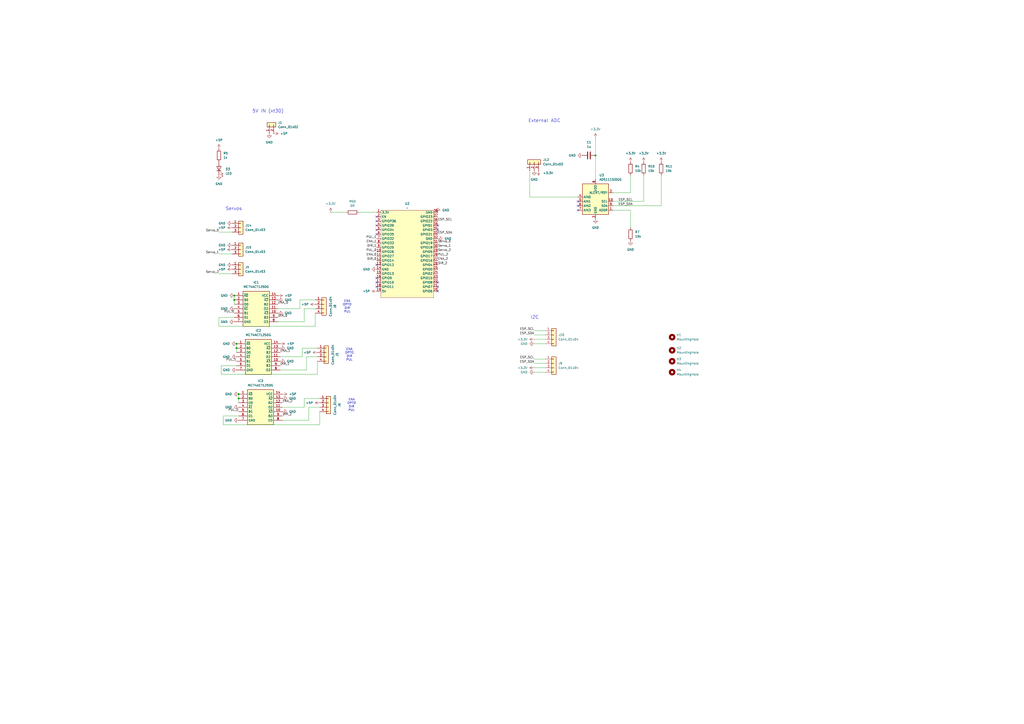
<source format=kicad_sch>
(kicad_sch (version 20250114) (generator "eeschema") (generator_version "9.0")
  (paper "A2")
  (lib_symbols
    (symbol "74ACT:MC74ACT125DG"
      (property "Reference" "IC" (at 21.59 7.62 0))
      (property "Value" "MC74ACT125DG" (at 21.59 5.08 0))
      (symbol "MC74ACT125DG_1_1"
        (rectangle (start 5.08 2.54) (end 20.32 -17.78) (stroke (width 0.254)) (fill (type background)))
        (pin passive line (at 0 0 0) (length 5.08) (name "~{A0}") (number "1"))
        (pin passive line (at 0 -2.54 0) (length 5.08) (name "B0") (number "2"))
        (pin passive line (at 0 -5.08 0) (length 5.08) (name "O0") (number "3"))
        (pin passive line (at 0 -7.62 0) (length 5.08) (name "~{A1}") (number "4"))
        (pin passive line (at 0 -10.16 0) (length 5.08) (name "B1") (number "5"))
        (pin passive line (at 0 -12.7 0) (length 5.08) (name "O1") (number "6"))
        (pin power_in line (at 0 -15.24 0) (length 5.08) (name "GND") (number "7"))
        (pin power_in line (at 25.4 0 180) (length 5.08) (name "VCC") (number "14"))
        (pin passive line (at 25.4 -2.54 180) (length 5.08) (name "~{A2}") (number "13"))
        (pin passive line (at 25.4 -5.08 180) (length 5.08) (name "B2") (number "12"))
        (pin passive line (at 25.4 -7.62 180) (length 5.08) (name "O2") (number "11"))
        (pin passive line (at 25.4 -10.16 180) (length 5.08) (name "~{A3}") (number "10"))
        (pin passive line (at 25.4 -12.7 180) (length 5.08) (name "B3") (number "9"))
        (pin passive line (at 25.4 -15.24 180) (length 5.08) (name "O3") (number "8"))
      )
    )
    (symbol "Analog_ADC:ADS1115IDGS"
      (property "Reference" "U" (at 2.54 13.97 0))
      (property "Value" "ADS1115IDGS" (at 7.62 11.43 0))
      (symbol "ADS1115IDGS_0_1"
        (rectangle (start -7.62 10.16) (end 7.62 -7.62) (stroke (width 0.254)) (fill (type background)))
      )
      (symbol "ADS1115IDGS_1_1"
        (pin input line (at -10.16 2.54 0) (length 2.54) (name "AIN0") (number "4"))
        (pin input line (at -10.16 0 0) (length 2.54) (name "AIN1") (number "5"))
        (pin input line (at -10.16 -2.54 0) (length 2.54) (name "AIN2") (number "6"))
        (pin input line (at -10.16 -5.08 0) (length 2.54) (name "AIN3") (number "7"))
        (pin power_in line (at 0 12.7 270) (length 2.54) (name "VDD") (number "8"))
        (pin power_in line (at 0 -10.16 90) (length 2.54) (name "GND") (number "3"))
        (pin output line (at 10.16 5.08 180) (length 2.54) (name "ALERT/RDY") (number "2"))
        (pin input line (at 10.16 0 180) (length 2.54) (name "SCL") (number "10"))
        (pin bidirectional line (at 10.16 -2.54 180) (length 2.54) (name "SDA") (number "9"))
        (pin input line (at 10.16 -5.08 180) (length 2.54) (name "ADDR") (number "1"))
      )
    )
    (symbol "Connector_Generic:Conn_01x02" (pin_names (offset 1.016) (hide yes))
      (property "Reference" "J" (at 0 2.54 0))
      (property "Value" "Conn_01x02" (at 0 -5.08 0))
      (symbol "Conn_01x02_1_1"
        (rectangle (start -1.27 1.27) (end 1.27 -3.81) (stroke (width 0.254)) (fill (type background)))
        (rectangle (start -1.27 0.127) (end 0 -0.127) (stroke (width 0.1524)))
        (rectangle (start -1.27 -2.413) (end 0 -2.667) (stroke (width 0.1524)))
        (pin passive line (at -5.08 0 0) (length 3.81) (name "Pin_1") (number "1"))
        (pin passive line (at -5.08 -2.54 0) (length 3.81) (name "Pin_2") (number "2"))
      )
    )
    (symbol "Connector_Generic:Conn_01x03" (pin_names (offset 1.016) (hide yes))
      (property "Reference" "J" (at 0 5.08 0))
      (property "Value" "Conn_01x03" (at 0 -5.08 0))
      (symbol "Conn_01x03_1_1"
        (rectangle (start -1.27 3.81) (end 1.27 -3.81) (stroke (width 0.254)) (fill (type background)))
        (rectangle (start -1.27 2.667) (end 0 2.413) (stroke (width 0.1524)))
        (rectangle (start -1.27 0.127) (end 0 -0.127) (stroke (width 0.1524)))
        (rectangle (start -1.27 -2.413) (end 0 -2.667) (stroke (width 0.1524)))
        (pin passive line (at -5.08 2.54 0) (length 3.81) (name "Pin_1") (number "1"))
        (pin passive line (at -5.08 0 0) (length 3.81) (name "Pin_2") (number "2"))
        (pin passive line (at -5.08 -2.54 0) (length 3.81) (name "Pin_3") (number "3"))
      )
    )
    (symbol "Connector_Generic:Conn_01x04" (pin_names (offset 1.016) (hide yes))
      (property "Reference" "J" (at 0 5.08 0))
      (property "Value" "Conn_01x04" (at 0 -7.62 0))
      (symbol "Conn_01x04_1_1"
        (rectangle (start -1.27 3.81) (end 1.27 -6.35) (stroke (width 0.254)) (fill (type background)))
        (rectangle (start -1.27 2.667) (end 0 2.413) (stroke (width 0.1524)))
        (rectangle (start -1.27 0.127) (end 0 -0.127) (stroke (width 0.1524)))
        (rectangle (start -1.27 -2.413) (end 0 -2.667) (stroke (width 0.1524)))
        (rectangle (start -1.27 -4.953) (end 0 -5.207) (stroke (width 0.1524)))
        (pin passive line (at -5.08 2.54 0) (length 3.81) (name "Pin_1") (number "1"))
        (pin passive line (at -5.08 0 0) (length 3.81) (name "Pin_2") (number "2"))
        (pin passive line (at -5.08 -2.54 0) (length 3.81) (name "Pin_3") (number "3"))
        (pin passive line (at -5.08 -5.08 0) (length 3.81) (name "Pin_4") (number "4"))
      )
    )
    (symbol "Device:C" (pin_numbers (hide yes)) (pin_names (offset 0.254))
      (property "Reference" "C" (at 0.635 2.54 0))
      (property "Value" "C" (at 0.635 -2.54 0))
      (symbol "C_0_1"
        (polyline (pts (xy -2.032 0.762) (xy 2.032 0.762)) (stroke (width 0.508)))
        (polyline (pts (xy -2.032 -0.762) (xy 2.032 -0.762)) (stroke (width 0.508)))
      )
      (symbol "C_1_1"
        (pin passive line (at 0 3.81 270) (length 2.794) (name "~") (number "1"))
        (pin passive line (at 0 -3.81 90) (length 2.794) (name "~") (number "2"))
      )
    )
    (symbol "Device:LED" (pin_numbers (hide yes)) (pin_names (offset 1.016) (hide yes))
      (property "Reference" "D" (at 0 2.54 0))
      (property "Value" "LED" (at 0 -2.54 0))
      (symbol "LED_0_1"
        (polyline (pts (xy -3.048 -0.762) (xy -4.572 -2.286) (xy -3.81 -2.286) (xy -4.572 -2.286) (xy -4.572 -1.524)))
        (polyline (pts (xy -1.778 -0.762) (xy -3.302 -2.286) (xy -2.54 -2.286) (xy -3.302 -2.286) (xy -3.302 -1.524)))
        (polyline (pts (xy -1.27 0) (xy 1.27 0)))
        (polyline (pts (xy -1.27 -1.27) (xy -1.27 1.27)) (stroke (width 0.254)))
        (polyline (pts (xy 1.27 -1.27) (xy 1.27 1.27) (xy -1.27 0) (xy 1.27 -1.27)) (stroke (width 0.254)))
      )
      (symbol "LED_1_1"
        (pin passive line (at -3.81 0 0) (length 2.54) (name "K") (number "1"))
        (pin passive line (at 3.81 0 180) (length 2.54) (name "A") (number "2"))
      )
    )
    (symbol "Device:R" (pin_numbers (hide yes)) (pin_names (offset 0))
      (property "Reference" "R" (at 2.032 0 90))
      (property "Value" "R" (at 0 0 90))
      (symbol "R_0_1"
        (rectangle (start -1.016 -2.54) (end 1.016 2.54) (stroke (width 0.254)))
      )
      (symbol "R_1_1"
        (pin passive line (at 0 3.81 270) (length 1.27) (name "~") (number "1"))
        (pin passive line (at 0 -3.81 90) (length 1.27) (name "~") (number "2"))
      )
    )
    (symbol "ESP32-CP2102:ESP32-CP2102"
      (property "Reference" "U" (at 0 0 0))
      (symbol "ESP32-CP2102_1_1"
        (rectangle (start 0 50.8) (end 30.48 0) (fill (type background)))
        (pin power_in line (at -2.54 49.53 0) (length 2.54) (name "3.3V") (number "1"))
        (pin input line (at -2.54 46.99 0) (length 2.54) (name "EN") (number "2"))
        (pin bidirectional line (at -2.54 44.45 0) (length 2.54) (name "GPIOP36") (number "3"))
        (pin bidirectional line (at -2.54 41.91 0) (length 2.54) (name "GPIO39") (number "4"))
        (pin bidirectional line (at -2.54 39.37 0) (length 2.54) (name "GPIO34") (number "5"))
        (pin bidirectional line (at -2.54 36.83 0) (length 2.54) (name "GPIO35") (number "6"))
        (pin bidirectional line (at -2.54 34.29 0) (length 2.54) (name "GPIO32") (number "7"))
        (pin bidirectional line (at -2.54 31.75 0) (length 2.54) (name "GPIO33") (number "8"))
        (pin bidirectional line (at -2.54 29.21 0) (length 2.54) (name "GPIO25") (number "9"))
        (pin bidirectional line (at -2.54 26.67 0) (length 2.54) (name "GPIO26") (number "10"))
        (pin bidirectional line (at -2.54 24.13 0) (length 2.54) (name "GPIO27") (number "11"))
        (pin bidirectional line (at -2.54 21.59 0) (length 2.54) (name "GPIO14") (number "12"))
        (pin bidirectional line (at -2.54 19.05 0) (length 2.54) (name "GPIO12") (number "13"))
        (pin unspecified line (at -2.54 16.51 0) (length 2.54) (name "GND") (number "14"))
        (pin bidirectional line (at -2.54 13.97 0) (length 2.54) (name "GPIO13") (number "15"))
        (pin bidirectional line (at -2.54 11.43 0) (length 2.54) (name "GPIO9") (number "16"))
        (pin bidirectional line (at -2.54 8.89 0) (length 2.54) (name "GPIO10") (number "17"))
        (pin bidirectional line (at -2.54 6.35 0) (length 2.54) (name "GPIO11") (number "18"))
        (pin power_in line (at -2.54 3.81 0) (length 2.54) (name "5V") (number "19"))
        (pin power_in line (at 33.02 49.53 180) (length 2.54) (name "GND") (number "38"))
        (pin bidirectional line (at 33.02 46.99 180) (length 2.54) (name "GPIO23") (number "37"))
        (pin bidirectional line (at 33.02 44.45 180) (length 2.54) (name "GPIO22") (number "36"))
        (pin bidirectional line (at 33.02 41.91 180) (length 2.54) (name "GPIO1") (number "35"))
        (pin bidirectional line (at 33.02 39.37 180) (length 2.54) (name "GPIO3") (number "34"))
        (pin bidirectional line (at 33.02 36.83 180) (length 2.54) (name "GPIO21") (number "33"))
        (pin power_in line (at 33.02 34.29 180) (length 2.54) (name "GND") (number "32"))
        (pin bidirectional line (at 33.02 31.75 180) (length 2.54) (name "GPIO19") (number "31"))
        (pin bidirectional line (at 33.02 29.21 180) (length 2.54) (name "GPIO18") (number "30"))
        (pin bidirectional line (at 33.02 26.67 180) (length 2.54) (name "GPIO5") (number "29"))
        (pin bidirectional line (at 33.02 24.13 180) (length 2.54) (name "GPIO17") (number "28"))
        (pin bidirectional line (at 33.02 21.59 180) (length 2.54) (name "GPIO16") (number "27"))
        (pin bidirectional line (at 33.02 19.05 180) (length 2.54) (name "GPIO4") (number "26"))
        (pin bidirectional line (at 33.02 16.51 180) (length 2.54) (name "GPIO0") (number "25"))
        (pin bidirectional line (at 33.02 13.97 180) (length 2.54) (name "GPIO2") (number "24"))
        (pin bidirectional line (at 33.02 11.43 180) (length 2.54) (name "GPIO15") (number "23"))
        (pin bidirectional line (at 33.02 8.89 180) (length 2.54) (name "GPIO8") (number "22"))
        (pin bidirectional line (at 33.02 6.35 180) (length 2.54) (name "GPIO7") (number "21"))
        (pin bidirectional line (at 33.02 3.81 180) (length 2.54) (name "GPIO6") (number "20"))
      )
    )
    (symbol "Mechanical:MountingHole" (pin_names (offset 1.016)) (exclude_from_sim yes) (in_bom no)
      (property "Reference" "H" (at 0 5.08 0))
      (property "Value" "MountingHole" (at 0 3.175 0))
      (symbol "MountingHole_0_1"
        (circle (center 0 0) (radius 1.27) (stroke (width 1.27)))
      )
    )
    (symbol "power:+3.3V" (power) (pin_numbers (hide yes)) (pin_names (offset 0) (hide yes))
      (property "Value" "+3.3V" (at 0 3.556 0))
      (symbol "+3.3V_0_1"
        (polyline (pts (xy -0.762 1.27) (xy 0 2.54)))
        (polyline (pts (xy 0 2.54) (xy 0.762 1.27)))
        (polyline (pts (xy 0 0) (xy 0 2.54)))
      )
      (symbol "+3.3V_1_1"
        (pin power_in line (at 0 0 90) (length 0) (name "~") (number "1"))
      )
    )
    (symbol "power:+5P" (power) (pin_numbers (hide yes)) (pin_names (offset 0) (hide yes))
      (property "Value" "+5P" (at 0 3.556 0))
      (symbol "+5P_0_1"
        (polyline (pts (xy -0.762 1.27) (xy 0 2.54)))
        (polyline (pts (xy 0 2.54) (xy 0.762 1.27)))
        (polyline (pts (xy 0 0) (xy 0 2.54)))
      )
      (symbol "+5P_1_1"
        (pin power_in line (at 0 0 90) (length 0) (name "~") (number "1"))
      )
    )
    (symbol "power:GND" (power) (pin_numbers (hide yes)) (pin_names (offset 0) (hide yes))
      (property "Value" "GND" (at 0 -3.81 0))
      (symbol "GND_0_1"
        (polyline (pts (xy 0 0) (xy 0 -1.27) (xy 1.27 -1.27) (xy 0 -2.54) (xy -1.27 -1.27) (xy 0 -1.27)))
      )
      (symbol "GND_1_1"
        (pin power_in line (at 0 0 270) (length 0) (name "~") (number "1"))
      )
    )
  )
  (text "5V IN (xt30)" (at 155.448 64.516 0) (effects (font (size 1.905 1.905))))
  (text "ENA\nOPTO\nDIR\nPUL\n" (at 201.422 177.8 0) (effects (font (size 1.27 1.27))))
  (text "External ADC " (at 316.484 70.104 0) (effects (font (size 1.905 1.905))))
  (text "I2C" (at 310.134 184.15 0) (effects (font (size 1.905 1.905))))
  (text "Servos" (at 135.636 121.158 0) (effects (font (size 1.905 1.905))))
  (text "ENA\nOPTO\nDIR\nPUL\n" (at 203.962 234.95 0) (effects (font (size 1.27 1.27))))
  (text "ENA\nOPTO\nDIR\nPUL\n" (at 202.692 205.74 0) (effects (font (size 1.27 1.27))))
  (junction (at 135.89 173.99))
  (junction (at 138.43 228.6))
  (junction (at 345.44 90.17))
  (junction (at 137.16 201.93))
  (junction (at 138.43 231.14))
  (junction (at 135.89 171.45))
  (junction (at 137.16 199.39))
  (no_connect (at 218.44 161.29))
  (no_connect (at 335.28 116.84))
  (no_connect (at 218.44 133.35))
  (no_connect (at 335.28 121.92))
  (no_connect (at 254 166.37))
  (no_connect (at 254 168.91))
  (no_connect (at 335.28 119.38))
  (no_connect (at 218.44 166.37))
  (no_connect (at 218.44 128.27))
  (no_connect (at 218.44 135.89))
  (no_connect (at 254 133.35))
  (no_connect (at 254 130.81))
  (no_connect (at 218.44 163.83))
  (no_connect (at 254 163.83))
  (no_connect (at 218.44 125.73))
  (no_connect (at 218.44 130.81))
  (no_connect (at 218.44 153.67))
  (wire (pts (xy 309.88 213.36) (xy 316.23 213.36)))
  (wire (pts (xy 179.07 236.22) (xy 185.42 236.22)))
  (wire (pts (xy 309.88 196.85) (xy 316.23 196.85)))
  (wire (pts (xy 309.88 194.31) (xy 316.23 194.31)))
  (wire (pts (xy 184.15 217.17) (xy 128.27 217.17)))
  (wire (pts (xy 137.16 201.93) (xy 137.16 204.47)))
  (wire (pts (xy 163.83 243.84) (xy 179.07 243.84)))
  (wire (pts (xy 127 189.23) (xy 127 184.15)))
  (wire (pts (xy 176.53 236.22) (xy 176.53 231.14)))
  (wire (pts (xy 373.38 101.6) (xy 373.38 116.84)))
  (wire (pts (xy 135.89 171.45) (xy 135.89 173.99)))
  (wire (pts (xy 127 147.32) (xy 134.62 147.32)))
  (wire (pts (xy 309.88 199.39) (xy 316.23 199.39)))
  (wire (pts (xy 309.88 215.9) (xy 316.23 215.9)))
  (wire (pts (xy 161.29 179.07) (xy 173.99 179.07)))
  (wire (pts (xy 176.53 186.69) (xy 176.53 179.07)))
  (wire (pts (xy 138.43 231.14) (xy 138.43 233.68)))
  (wire (pts (xy 365.76 121.92) (xy 365.76 132.08)))
  (wire (pts (xy 345.44 90.17) (xy 345.44 104.14)))
  (wire (pts (xy 176.53 231.14) (xy 185.42 231.14)))
  (wire (pts (xy 355.6 116.84) (xy 373.38 116.84)))
  (wire (pts (xy 162.56 207.01) (xy 175.26 207.01)))
  (wire (pts (xy 161.29 186.69) (xy 176.53 186.69)))
  (wire (pts (xy 185.42 238.76) (xy 185.42 246.38)))
  (wire (pts (xy 127 158.75) (xy 134.62 158.75)))
  (wire (pts (xy 177.8 214.63) (xy 177.8 207.01)))
  (wire (pts (xy 175.26 207.01) (xy 175.26 201.93)))
  (wire (pts (xy 355.6 119.38) (xy 383.54 119.38)))
  (wire (pts (xy 182.88 189.23) (xy 127 189.23)))
  (wire (pts (xy 163.83 236.22) (xy 176.53 236.22)))
  (wire (pts (xy 128.27 212.09) (xy 137.16 212.09)))
  (wire (pts (xy 128.27 217.17) (xy 128.27 212.09)))
  (wire (pts (xy 177.8 207.01) (xy 184.15 207.01)))
  (wire (pts (xy 365.76 101.6) (xy 365.76 111.76)))
  (wire (pts (xy 137.16 199.39) (xy 137.16 201.93)))
  (wire (pts (xy 184.15 209.55) (xy 184.15 217.17)))
  (wire (pts (xy 129.54 241.3) (xy 138.43 241.3)))
  (wire (pts (xy 138.43 228.6) (xy 138.43 231.14)))
  (wire (pts (xy 129.54 246.38) (xy 129.54 241.3)))
  (wire (pts (xy 173.99 173.99) (xy 182.88 173.99)))
  (wire (pts (xy 179.07 243.84) (xy 179.07 236.22)))
  (wire (pts (xy 185.42 246.38) (xy 129.54 246.38)))
  (wire (pts (xy 173.99 179.07) (xy 173.99 173.99)))
  (wire (pts (xy 307.34 114.3) (xy 307.34 99.06)))
  (wire (pts (xy 191.77 123.19) (xy 200.66 123.19)))
  (wire (pts (xy 355.6 121.92) (xy 365.76 121.92)))
  (wire (pts (xy 127 134.62) (xy 134.62 134.62)))
  (wire (pts (xy 176.53 179.07) (xy 182.88 179.07)))
  (wire (pts (xy 309.88 208.28) (xy 316.23 208.28)))
  (wire (pts (xy 182.88 181.61) (xy 182.88 189.23)))
  (wire (pts (xy 135.89 173.99) (xy 135.89 176.53)))
  (wire (pts (xy 307.34 114.3) (xy 335.28 114.3)))
  (wire (pts (xy 345.44 80.01) (xy 345.44 90.17)))
  (wire (pts (xy 309.88 210.82) (xy 316.23 210.82)))
  (wire (pts (xy 127 184.15) (xy 135.89 184.15)))
  (wire (pts (xy 383.54 101.6) (xy 383.54 119.38)))
  (wire (pts (xy 355.6 111.76) (xy 365.76 111.76)))
  (wire (pts (xy 309.88 191.77) (xy 316.23 191.77)))
  (wire (pts (xy 208.28 123.19) (xy 218.44 123.19)))
  (wire (pts (xy 175.26 201.93) (xy 184.15 201.93)))
  (wire (pts (xy 162.56 214.63) (xy 177.8 214.63)))
  (label "ESP_SCL" (at 309.88 208.28 180))
  (label "Servo_0" (at 254 140.97 0))
  (label "ESP_SCL" (at 367.03 116.84 180))
  (label "ENA_1" (at 218.44 140.97 180))
  (label "ENA_1" (at 162.56 204.47 0))
  (label "ESP_SDA" (at 254 135.89 0))
  (label "Servo_0" (at 127 134.62 180))
  (label "Servo_2" (at 254 146.05 0))
  (label "Servo_1" (at 254 143.51 0))
  (label "ESP_SCL" (at 309.88 191.77 180))
  (label "PUL_0" (at 135.89 181.61 180))
  (label "DIR_1" (at 218.44 143.51 180))
  (label "DIR_2" (at 163.83 241.3 0))
  (label "PUL_2" (at 254 148.59 0))
  (label "PUL_1" (at 137.16 209.55 180))
  (label "Servo_1" (at 127 147.32 180))
  (label "DIR_1" (at 162.56 212.09 0))
  (label "Servo_2" (at 127 158.75 180))
  (label "ENA_0" (at 218.44 148.59 180))
  (label "ESP_SCL" (at 254 128.27 0))
  (label "ESP_SDA" (at 309.88 210.82 180))
  (label "DIR_0" (at 161.29 184.15 0))
  (label "DIR_0" (at 218.44 151.13 180))
  (label "PUL_2" (at 138.43 238.76 180))
  (label "ESP_SDA" (at 367.03 119.38 180))
  (label "PUL_1" (at 218.44 138.43 180))
  (label "ENA_2" (at 163.83 233.68 0))
  (label "PUL_0" (at 218.44 146.05 180))
  (label "DIR_2" (at 254 153.67 0))
  (label "ENA_0" (at 161.29 176.53 0))
  (label "ESP_SDA" (at 309.88 194.31 180))
  (label "ENA_2" (at 254 151.13 0))
  (symbol (lib_id "power:GND") (at 309.88 99.06 0) (unit 1)
    (property "Reference" "#PWR014" (effects (hide yes)))
    (property "Value" "GND" (at 309.88 104.14 0))
    (property "Description" "Power symbol creates a global label with name \"GND\" , ground" (effects (hide yes)))
  )
  (symbol (lib_id "power:+5P") (at 161.29 171.45 270) (unit 1)
    (property "Reference" "#PWR026" (effects (hide yes)))
    (property "Value" "+5P" (at 165.1 171.4499 90) (effects (justify left)))
    (property "Description" "Power symbol creates a global label with name \"+5P\"" (effects (hide yes)))
  )
  (symbol (lib_id "power:GND") (at 309.88 215.9 270) (unit 1)
    (property "Reference" "#PWR051" (effects (hide yes)))
    (property "Value" "GND" (at 306.07 215.8999 90) (effects (justify right)))
    (property "Description" "Power symbol creates a global label with name \"GND\" , ground" (effects (hide yes)))
  )
  (symbol (lib_id "power:GND") (at 337.82 90.17 270) (unit 1)
    (property "Reference" "#PWR03" (effects (hide yes)))
    (property "Value" "GND" (at 334.01 90.1699 90) (effects (justify right)))
    (property "Description" "Power symbol creates a global label with name \"GND\" , ground" (effects (hide yes)))
  )
  (symbol (lib_id "power:GND") (at 135.89 171.45 270) (unit 1)
    (property "Reference" "#PWR028" (effects (hide yes)))
    (property "Value" "GND" (at 132.08 171.4499 90) (effects (justify right)))
    (property "Description" "Power symbol creates a global label with name \"GND\" , ground" (effects (hide yes)))
  )
  (symbol (lib_id "power:GND") (at 218.44 156.21 270) (unit 1)
    (property "Reference" "#PWR057" (effects (hide yes)))
    (property "Value" "GND" (at 214.63 156.2099 90) (effects (justify right)))
    (property "Description" "Power symbol creates a global label with name \"GND\" , ground" (effects (hide yes)))
  )
  (symbol (lib_id "Connector_Generic:Conn_01x04") (at 189.23 204.47 0) (unit 1)
    (property "Reference" "J5" (at 195.58 205.74 90))
    (property "Value" "Conn_01x04" (at 193.04 205.74 90))
    (property "Footprint" "Connector_Molex:Molex_Micro-Fit_3.0_43045-0400_2x02_P3.00mm_Horizontal" (effects (hide yes)))
    (property "Description" "Generic connector, single row, 01x04, script generated (kicad-library-utils/schlib/autogen/connector/)" (effects (hide yes)))
  )
  (symbol (lib_id "Connector_Generic:Conn_01x02") (at 156.21 72.39 90) (unit 1)
    (property "Reference" "J1" (at 161.29 71.1199 90) (effects (justify right)))
    (property "Value" "Conn_01x02" (at 161.29 73.6599 90) (effects (justify right)))
    (property "Footprint" "Connector_AMASS:AMASS_XT30PW-M_1x02_P2.50mm_Horizontal" (effects (hide yes)))
    (property "Description" "Generic connector, single row, 01x02, script generated (kicad-library-utils/schlib/autogen/connector/)" (effects (hide yes)))
  )
  (symbol (lib_id "power:+3.3V") (at 309.88 213.36 90) (unit 1)
    (property "Reference" "#PWR050" (effects (hide yes)))
    (property "Value" "+3.3V" (at 306.07 213.3599 90) (effects (justify left)))
    (property "Description" "Power symbol creates a global label with name \"+3.3V\"" (effects (hide yes)))
  )
  (symbol (lib_id "power:GND") (at 163.83 238.76 90) (unit 1)
    (property "Reference" "#PWR041" (effects (hide yes)))
    (property "Value" "GND" (at 167.64 238.7599 90) (effects (justify right)))
    (property "Description" "Power symbol creates a global label with name \"GND\" , ground" (effects (hide yes)))
  )
  (symbol (lib_id "power:+5P") (at 162.56 199.39 270) (unit 1)
    (property "Reference" "#PWR032" (effects (hide yes)))
    (property "Value" "+5P" (at 166.37 199.3899 90) (effects (justify left)))
    (property "Description" "Power symbol creates a global label with name \"+5P\"" (effects (hide yes)))
  )
  (symbol (lib_id "74ACT:MC74ACT125DG") (at 137.16 199.39 0) (unit 1)
    (property "Reference" "IC2" (at 149.86 191.77 0))
    (property "Value" "MC74ACT125DG" (at 149.86 194.31 0))
    (property "Footprint" "SOIC127P600X175-14N" (effects (hide yes)))
    (property "Datasheet" "https://www.onsemi.com/pub/Collateral/MC74AC125-D.PDF" (effects (hide yes)))
    (property "Description" "ACT125 Has TTL Compatible Inputs; Pb-Free Packages are Available" (effects (hide yes)))
    (property "Height" "1.75" (effects (hide yes)))
    (property "Manufacturer_Name" "onsemi" (effects (hide yes)))
    (property "Manufacturer_Part_Number" "MC74ACT125DG" (effects (hide yes)))
    (property "Mouser Part Number" "863-MC74ACT125DG" (effects (hide yes)))
    (property "Mouser Price/Stock" "https://www.mouser.co.uk/ProductDetail/onsemi/MC74ACT125DG?qs=OSf9jACorvbUt8L4HlSBVg%3D%3D" (effects (hide yes)))
    (property "Arrow Part Number" "MC74ACT125DG" (effects (hide yes)))
    (property "Arrow Price/Stock" "https://www.arrow.com/en/products/mc74act125dg/on-semiconductor" (effects (hide yes)))
  )
  (symbol (lib_id "Device:R") (at 365.76 97.79 0) (unit 1)
    (property "Reference" "R4" (at 368.3 96.5199 0) (effects (justify left)))
    (property "Value" "10k" (at 368.3 99.0599 0) (effects (justify left)))
    (property "Footprint" "Resistor_SMD:R_0805_2012Metric" (effects (hide yes)))
    (property "Description" "Resistor" (effects (hide yes)))
  )
  (symbol (lib_id "power:GND") (at 137.16 199.39 270) (unit 1)
    (property "Reference" "#PWR021" (effects (hide yes)))
    (property "Value" "GND" (at 133.35 199.3899 90) (effects (justify right)))
    (property "Description" "Power symbol creates a global label with name \"GND\" , ground" (effects (hide yes)))
  )
  (symbol (lib_id "power:GND") (at 137.16 207.01 270) (unit 1)
    (property "Reference" "#PWR022" (effects (hide yes)))
    (property "Value" "GND" (at 133.35 207.0099 90) (effects (justify right)))
    (property "Description" "Power symbol creates a global label with name \"GND\" , ground" (effects (hide yes)))
  )
  (symbol (lib_id "power:+5P") (at 163.83 228.6 270) (unit 1)
    (property "Reference" "#PWR039" (effects (hide yes)))
    (property "Value" "+5P" (at 167.64 228.5999 90) (effects (justify left)))
    (property "Description" "Power symbol creates a global label with name \"+5P\"" (effects (hide yes)))
  )
  (symbol (lib_id "Connector_Generic:Conn_01x04") (at 190.5 233.68 0) (unit 1)
    (property "Reference" "J6" (at 196.85 234.95 90))
    (property "Value" "Conn_01x04" (at 194.31 234.95 90))
    (property "Footprint" "Connector_Molex:Molex_Micro-Fit_3.0_43045-0400_2x02_P3.00mm_Horizontal" (effects (hide yes)))
    (property "Description" "Generic connector, single row, 01x04, script generated (kicad-library-utils/schlib/autogen/connector/)" (effects (hide yes)))
  )
  (symbol (lib_id "power:GND") (at 163.83 231.14 90) (unit 1)
    (property "Reference" "#PWR040" (effects (hide yes)))
    (property "Value" "GND" (at 167.64 231.1399 90) (effects (justify right)))
    (property "Description" "Power symbol creates a global label with name \"GND\" , ground" (effects (hide yes)))
  )
  (symbol (lib_id "Connector_Generic:Conn_01x03") (at 309.88 93.98 90) (unit 1)
    (property "Reference" "J12" (at 314.96 92.7099 90) (effects (justify right)))
    (property "Value" "Conn_01x03" (at 314.96 95.2499 90) (effects (justify right)))
    (property "Footprint" "Connector_Molex:Molex_Micro-Fit_3.0_43045-0400_2x02_P3.00mm_Horizontal" (effects (hide yes)))
    (property "Description" "Generic connector, single row, 01x03, script generated (kicad-library-utils/schlib/autogen/connector/)" (effects (hide yes)))
  )
  (symbol (lib_id "power:GND") (at 254 138.43 90) (unit 1)
    (property "Reference" "#PWR056" (effects (hide yes)))
    (property "Value" "GND" (at 257.81 138.4299 90) (effects (justify right)))
    (property "Description" "Power symbol creates a global label with name \"GND\" , ground" (effects (hide yes)))
  )
  (symbol (lib_id "power:+3.3V") (at 191.77 123.19 0) (unit 1)
    (property "Reference" "#PWR058" (effects (hide yes)))
    (property "Value" "+3.3V" (at 191.77 118.11 0))
    (property "Description" "Power symbol creates a global label with name \"+3.3V\"" (effects (hide yes)))
  )
  (symbol (lib_id "power:+5P") (at 218.44 168.91 90) (unit 1)
    (property "Reference" "#PWR054" (effects (hide yes)))
    (property "Value" "+5P" (at 214.63 168.9099 90) (effects (justify left)))
    (property "Description" "Power symbol creates a global label with name \"+5P\"" (effects (hide yes)))
  )
  (symbol (lib_id "Mechanical:MountingHole") (at 389.89 209.55 0) (unit 1) (exclude_from_sim yes) (in_bom no)
    (property "Reference" "H3" (at 392.43 208.2799 0) (effects (justify left)))
    (property "Value" "MountingHole" (at 392.43 210.8199 0) (effects (justify left)))
    (property "Footprint" "MountingHole:MountingHole_3.2mm_M3_Pad_TopBottom" (effects (hide yes)))
    (property "Description" "Mounting Hole without connection" (effects (hide yes)))
  )
  (symbol (lib_id "Device:R") (at 204.47 123.19 90) (unit 1)
    (property "Reference" "R50" (at 204.47 116.84 90))
    (property "Value" "0R" (at 204.47 119.38 90))
    (property "Footprint" "Resistor_SMD:R_0805_2012Metric" (effects (hide yes)))
    (property "Description" "Resistor" (effects (hide yes)))
  )
  (symbol (lib_id "power:GND") (at 134.62 153.67 270) (unit 1)
    (property "Reference" "#PWR012" (effects (hide yes)))
    (property "Value" "GND" (at 130.81 153.6699 90) (effects (justify right)))
    (property "Description" "Power symbol creates a global label with name \"GND\" , ground" (effects (hide yes)))
  )
  (symbol (lib_id "Connector_Generic:Conn_01x04") (at 321.31 194.31 0) (unit 1)
    (property "Reference" "J20" (at 323.85 194.3099 0) (effects (justify left)))
    (property "Value" "Conn_01x04" (at 323.85 196.8499 0) (effects (justify left)))
    (property "Footprint" "Connector_Molex:Molex_Micro-Fit_3.0_43045-0400_2x02_P3.00mm_Horizontal" (effects (hide yes)))
    (property "Description" "Generic connector, single row, 01x04, script generated (kicad-library-utils/schlib/autogen/connector/)" (effects (hide yes)))
  )
  (symbol (lib_id "power:GND") (at 156.21 77.47 0) (unit 1)
    (property "Reference" "#PWR010" (effects (hide yes)))
    (property "Value" "GND" (at 156.21 82.55 0))
    (property "Description" "Power symbol creates a global label with name \"GND\" , ground" (effects (hide yes)))
  )
  (symbol (lib_id "power:+5P") (at 184.15 204.47 90) (unit 1)
    (property "Reference" "#PWR035" (effects (hide yes)))
    (property "Value" "+5P" (at 180.34 204.4699 90) (effects (justify left)))
    (property "Description" "Power symbol creates a global label with name \"+5P\"" (effects (hide yes)))
  )
  (symbol (lib_id "74ACT:MC74ACT125DG") (at 138.43 228.6 0) (unit 1)
    (property "Reference" "IC3" (at 151.13 220.98 0))
    (property "Value" "MC74ACT125DG" (at 151.13 223.52 0))
    (property "Footprint" "SOIC127P600X175-14N" (effects (hide yes)))
    (property "Datasheet" "https://www.onsemi.com/pub/Collateral/MC74AC125-D.PDF" (effects (hide yes)))
    (property "Description" "ACT125 Has TTL Compatible Inputs; Pb-Free Packages are Available" (effects (hide yes)))
    (property "Height" "1.75" (effects (hide yes)))
    (property "Manufacturer_Name" "onsemi" (effects (hide yes)))
    (property "Manufacturer_Part_Number" "MC74ACT125DG" (effects (hide yes)))
    (property "Mouser Part Number" "863-MC74ACT125DG" (effects (hide yes)))
    (property "Mouser Price/Stock" "https://www.mouser.co.uk/ProductDetail/onsemi/MC74ACT125DG?qs=OSf9jACorvbUt8L4HlSBVg%3D%3D" (effects (hide yes)))
    (property "Arrow Part Number" "MC74ACT125DG" (effects (hide yes)))
    (property "Arrow Price/Stock" "https://www.arrow.com/en/products/mc74act125dg/on-semiconductor" (effects (hide yes)))
  )
  (symbol (lib_id "power:GND") (at 138.43 243.84 270) (unit 1)
    (property "Reference" "#PWR038" (effects (hide yes)))
    (property "Value" "GND" (at 134.62 243.8399 90) (effects (justify right)))
    (property "Description" "Power symbol creates a global label with name \"GND\" , ground" (effects (hide yes)))
  )
  (symbol (lib_id "74ACT:MC74ACT125DG") (at 135.89 171.45 0) (unit 1)
    (property "Reference" "IC1" (at 148.59 163.83 0))
    (property "Value" "MC74ACT125DG" (at 148.59 166.37 0))
    (property "Footprint" "SOIC127P600X175-14N" (effects (hide yes)))
    (property "Datasheet" "https://www.onsemi.com/pub/Collateral/MC74AC125-D.PDF" (effects (hide yes)))
    (property "Description" "ACT125 Has TTL Compatible Inputs; Pb-Free Packages are Available" (effects (hide yes)))
    (property "Height" "1.75" (effects (hide yes)))
    (property "Manufacturer_Name" "onsemi" (effects (hide yes)))
    (property "Manufacturer_Part_Number" "MC74ACT125DG" (effects (hide yes)))
    (property "Mouser Part Number" "863-MC74ACT125DG" (effects (hide yes)))
    (property "Mouser Price/Stock" "https://www.mouser.co.uk/ProductDetail/onsemi/MC74ACT125DG?qs=OSf9jACorvbUt8L4HlSBVg%3D%3D" (effects (hide yes)))
    (property "Arrow Part Number" "MC74ACT125DG" (effects (hide yes)))
    (property "Arrow Price/Stock" "https://www.arrow.com/en/products/mc74act125dg/on-semiconductor" (effects (hide yes)))
  )
  (symbol (lib_id "Mechanical:MountingHole") (at 389.89 203.2 0) (unit 1) (exclude_from_sim yes) (in_bom no)
    (property "Reference" "H2" (at 392.43 201.9299 0) (effects (justify left)))
    (property "Value" "MountingHole" (at 392.43 204.4699 0) (effects (justify left)))
    (property "Footprint" "MountingHole:MountingHole_3.2mm_M3_Pad_TopBottom" (effects (hide yes)))
    (property "Description" "Mounting Hole without connection" (effects (hide yes)))
  )
  (symbol (lib_id "Device:C") (at 341.63 90.17 90) (unit 1)
    (property "Reference" "C1" (at 341.63 82.55 90))
    (property "Value" "1u" (at 341.63 85.09 90))
    (property "Footprint" "Capacitor_SMD:C_0805_2012Metric" (effects (hide yes)))
    (property "Description" "Unpolarized capacitor" (effects (hide yes)))
  )
  (symbol (lib_id "power:+5P") (at 158.75 77.47 270) (unit 1)
    (property "Reference" "#PWR09" (effects (hide yes)))
    (property "Value" "+5P" (at 162.56 77.4699 90) (effects (justify left)))
    (property "Description" "Power symbol creates a global label with name \"+5P\"" (effects (hide yes)))
  )
  (symbol (lib_id "Connector_Generic:Conn_01x04") (at 321.31 210.82 0) (unit 1)
    (property "Reference" "J9" (at 323.85 210.8199 0) (effects (justify left)))
    (property "Value" "Conn_01x04" (at 323.85 213.3599 0) (effects (justify left)))
    (property "Footprint" "Connector_Molex:Molex_Micro-Fit_3.0_43045-0400_2x02_P3.00mm_Horizontal" (effects (hide yes)))
    (property "Description" "Generic connector, single row, 01x04, script generated (kicad-library-utils/schlib/autogen/connector/)" (effects (hide yes)))
  )
  (symbol (lib_id "power:+5P") (at 134.62 156.21 90) (unit 1)
    (property "Reference" "#PWR013" (effects (hide yes)))
    (property "Value" "+5P" (at 130.81 156.2099 90) (effects (justify left)))
    (property "Description" "Power symbol creates a global label with name \"+5P\"" (effects (hide yes)))
  )
  (symbol (lib_id "power:GND") (at 161.29 173.99 90) (unit 1)
    (property "Reference" "#PWR031" (effects (hide yes)))
    (property "Value" "GND" (at 165.1 173.9899 90) (effects (justify right)))
    (property "Description" "Power symbol creates a global label with name \"GND\" , ground" (effects (hide yes)))
  )
  (symbol (lib_id "Connector_Generic:Conn_01x03") (at 139.7 156.21 0) (unit 1)
    (property "Reference" "J4" (at 142.24 154.9399 0) (effects (justify left)))
    (property "Value" "Conn_01x03" (at 142.24 157.4799 0) (effects (justify left)))
    (property "Footprint" "Connector_Molex:Molex_Micro-Fit_3.0_43045-0400_2x02_P3.00mm_Horizontal" (effects (hide yes)))
    (property "Description" "Generic connector, single row, 01x03, script generated (kicad-library-utils/schlib/autogen/connector/)" (effects (hide yes)))
  )
  (symbol (lib_id "ESP32-CP2102:ESP32-CP2102") (at 220.98 172.72 0) (unit 1)
    (property "Reference" "U2" (at 236.22 118.11 0))
    (property "Value" "~" (at 236.22 120.65 0))
    (property "Footprint" "ESP32_DevKit_38pin:Z_ESP32_DevKitC_38pin_socket" (effects (hide yes)))
  )
  (symbol (lib_id "Device:R") (at 373.38 97.79 0) (unit 1)
    (property "Reference" "R10" (at 375.92 96.5199 0) (effects (justify left)))
    (property "Value" "10k" (at 375.92 99.0599 0) (effects (justify left)))
    (property "Footprint" "Resistor_SMD:R_0805_2012Metric" (effects (hide yes)))
    (property "Description" "Resistor" (effects (hide yes)))
  )
  (symbol (lib_id "power:+5P") (at 134.62 132.08 90) (unit 1)
    (property "Reference" "#PWR095" (effects (hide yes)))
    (property "Value" "+5P" (at 130.81 132.0799 90) (effects (justify left)))
    (property "Description" "Power symbol creates a global label with name \"+5P\"" (effects (hide yes)))
  )
  (symbol (lib_id "power:GND") (at 345.44 127 0) (unit 1)
    (property "Reference" "#PWR05" (effects (hide yes)))
    (property "Value" "GND" (at 345.44 132.08 0))
    (property "Description" "Power symbol creates a global label with name \"GND\" , ground" (effects (hide yes)))
  )
  (symbol (lib_id "Connector_Generic:Conn_01x04") (at 187.96 176.53 0) (unit 1)
    (property "Reference" "J8" (at 194.31 177.8 90))
    (property "Value" "Conn_01x04" (at 191.77 177.8 90))
    (property "Footprint" "Connector_Molex:Molex_Micro-Fit_3.0_43045-0400_2x02_P3.00mm_Horizontal" (effects (hide yes)))
    (property "Description" "Generic connector, single row, 01x04, script generated (kicad-library-utils/schlib/autogen/connector/)" (effects (hide yes)))
  )
  (symbol (lib_id "Analog_ADC:ADS1115IDGS") (at 345.44 116.84 0) (unit 1)
    (property "Reference" "U3" (at 347.6341 101.6 0) (effects (justify left)))
    (property "Value" "ADS1115IDGS" (at 347.6341 104.14 0) (effects (justify left)))
    (property "Footprint" "Package_SO:TSSOP-10_3x3mm_P0.5mm" (effects (hide yes)))
    (property "Datasheet" "http://www.ti.com/lit/ds/symlink/ads1113.pdf" (effects (hide yes)))
    (property "Description" "Ultra-Small, Low-Power, I2C-Compatible, 860-SPS, 16-Bit ADCs With Internal Reference, Oscillator, and Programmable Comparator, VSSOP-10" (effects (hide yes)))
  )
  (symbol (lib_id "power:+5P") (at 182.88 176.53 90) (unit 1)
    (property "Reference" "#PWR020" (effects (hide yes)))
    (property "Value" "+5P" (at 179.07 176.5299 90) (effects (justify left)))
    (property "Description" "Power symbol creates a global label with name \"+5P\"" (effects (hide yes)))
  )
  (symbol (lib_id "power:+5P") (at 127 86.36 0) (unit 1)
    (property "Reference" "#PWR024" (effects (hide yes)))
    (property "Value" "+5P" (at 127 81.28 0))
    (property "Description" "Power symbol creates a global label with name \"+5P\"" (effects (hide yes)))
  )
  (symbol (lib_id "power:GND") (at 162.56 209.55 90) (unit 1)
    (property "Reference" "#PWR034" (effects (hide yes)))
    (property "Value" "GND" (at 166.37 209.5499 90) (effects (justify right)))
    (property "Description" "Power symbol creates a global label with name \"GND\" , ground" (effects (hide yes)))
  )
  (symbol (lib_id "Device:R") (at 365.76 135.89 0) (unit 1)
    (property "Reference" "R7" (at 368.3 134.6199 0) (effects (justify left)))
    (property "Value" "10k" (at 368.3 137.1599 0) (effects (justify left)))
    (property "Footprint" "Resistor_SMD:R_0805_2012Metric" (effects (hide yes)))
    (property "Description" "Resistor" (effects (hide yes)))
  )
  (symbol (lib_id "power:+5P") (at 134.62 144.78 90) (unit 1)
    (property "Reference" "#PWR097" (effects (hide yes)))
    (property "Value" "+5P" (at 130.81 144.7799 90) (effects (justify left)))
    (property "Description" "Power symbol creates a global label with name \"+5P\"" (effects (hide yes)))
  )
  (symbol (lib_id "power:GND") (at 134.62 129.54 270) (unit 1)
    (property "Reference" "#PWR094" (effects (hide yes)))
    (property "Value" "GND" (at 130.81 129.5399 90) (effects (justify right)))
    (property "Description" "Power symbol creates a global label with name \"GND\" , ground" (effects (hide yes)))
  )
  (symbol (lib_id "Connector_Generic:Conn_01x03") (at 139.7 132.08 0) (unit 1)
    (property "Reference" "J14" (at 142.24 130.8099 0) (effects (justify left)))
    (property "Value" "Conn_01x03" (at 142.24 133.3499 0) (effects (justify left)))
    (property "Footprint" "Connector_Molex:Molex_Micro-Fit_3.0_43045-0400_2x02_P3.00mm_Horizontal" (effects (hide yes)))
    (property "Description" "Generic connector, single row, 01x03, script generated (kicad-library-utils/schlib/autogen/connector/)" (effects (hide yes)))
  )
  (symbol (lib_id "power:+5P") (at 185.42 233.68 90) (unit 1)
    (property "Reference" "#PWR042" (effects (hide yes)))
    (property "Value" "+5P" (at 181.61 233.6799 90) (effects (justify left)))
    (property "Description" "Power symbol creates a global label with name \"+5P\"" (effects (hide yes)))
  )
  (symbol (lib_id "power:GND") (at 137.16 214.63 270) (unit 1)
    (property "Reference" "#PWR023" (effects (hide yes)))
    (property "Value" "GND" (at 133.35 214.6299 90) (effects (justify right)))
    (property "Description" "Power symbol creates a global label with name \"GND\" , ground" (effects (hide yes)))
  )
  (symbol (lib_id "power:+3.3V") (at 345.44 80.01 0) (unit 1)
    (property "Reference" "#PWR04" (effects (hide yes)))
    (property "Value" "+3.3V" (at 345.44 74.93 0))
    (property "Description" "Power symbol creates a global label with name \"+3.3V\"" (effects (hide yes)))
  )
  (symbol (lib_id "Device:R") (at 127 90.17 0) (unit 1)
    (property "Reference" "R5" (at 129.54 88.8999 0) (effects (justify left)))
    (property "Value" "1k" (at 129.54 91.4399 0) (effects (justify left)))
    (property "Footprint" "Resistor_SMD:R_0805_2012Metric" (effects (hide yes)))
    (property "Description" "Resistor" (effects (hide yes)))
  )
  (symbol (lib_id "power:GND") (at 127 101.6 0) (unit 1)
    (property "Reference" "#PWR025" (effects (hide yes)))
    (property "Value" "GND" (at 127 106.68 0))
    (property "Description" "Power symbol creates a global label with name \"GND\" , ground" (effects (hide yes)))
  )
  (symbol (lib_id "power:+3.3V") (at 312.42 99.06 180) (unit 1)
    (property "Reference" "#PWR015" (effects (hide yes)))
    (property "Value" "+3.3V" (at 314.96 100.3299 0) (effects (justify right)))
    (property "Description" "Power symbol creates a global label with name \"+3.3V\"" (effects (hide yes)))
  )
  (symbol (lib_id "power:GND") (at 138.43 228.6 270) (unit 1)
    (property "Reference" "#PWR036" (effects (hide yes)))
    (property "Value" "GND" (at 134.62 228.5999 90) (effects (justify right)))
    (property "Description" "Power symbol creates a global label with name \"GND\" , ground" (effects (hide yes)))
  )
  (symbol (lib_id "power:GND") (at 138.43 236.22 270) (unit 1)
    (property "Reference" "#PWR037" (effects (hide yes)))
    (property "Value" "GND" (at 134.62 236.2199 90) (effects (justify right)))
    (property "Description" "Power symbol creates a global label with name \"GND\" , ground" (effects (hide yes)))
  )
  (symbol (lib_id "power:GND") (at 161.29 181.61 90) (unit 1)
    (property "Reference" "#PWR030" (effects (hide yes)))
    (property "Value" "GND" (at 165.1 181.6099 90) (effects (justify right)))
    (property "Description" "Power symbol creates a global label with name \"GND\" , ground" (effects (hide yes)))
  )
  (symbol (lib_id "Device:R") (at 383.54 97.79 0) (unit 1)
    (property "Reference" "R11" (at 386.08 96.5199 0) (effects (justify left)))
    (property "Value" "10k" (at 386.08 99.0599 0) (effects (justify left)))
    (property "Footprint" "Resistor_SMD:R_0805_2012Metric" (effects (hide yes)))
    (property "Description" "Resistor" (effects (hide yes)))
  )
  (symbol (lib_id "Connector_Generic:Conn_01x03") (at 139.7 144.78 0) (unit 1)
    (property "Reference" "J15" (at 142.24 143.5099 0) (effects (justify left)))
    (property "Value" "Conn_01x03" (at 142.24 146.0499 0) (effects (justify left)))
    (property "Footprint" "Connector_Molex:Molex_Micro-Fit_3.0_43045-0400_2x02_P3.00mm_Horizontal" (effects (hide yes)))
    (property "Description" "Generic connector, single row, 01x03, script generated (kicad-library-utils/schlib/autogen/connector/)" (effects (hide yes)))
  )
  (symbol (lib_id "power:GND") (at 254 123.19 180) (unit 1)
    (property "Reference" "#PWR055" (effects (hide yes)))
    (property "Value" "GND" (at 256.54 121.9199 0) (effects (justify right)))
    (property "Description" "Power symbol creates a global label with name \"GND\" , ground" (effects (hide yes)))
  )
  (symbol (lib_id "power:GND") (at 135.89 186.69 270) (unit 1)
    (property "Reference" "#PWR027" (effects (hide yes)))
    (property "Value" "GND" (at 132.08 186.6899 90) (effects (justify right)))
    (property "Description" "Power symbol creates a global label with name \"GND\" , ground" (effects (hide yes)))
  )
  (symbol (lib_id "power:GND") (at 135.89 179.07 270) (unit 1)
    (property "Reference" "#PWR029" (effects (hide yes)))
    (property "Value" "GND" (at 132.08 179.0699 90) (effects (justify right)))
    (property "Description" "Power symbol creates a global label with name \"GND\" , ground" (effects (hide yes)))
  )
  (symbol (lib_id "power:GND") (at 134.62 142.24 270) (unit 1)
    (property "Reference" "#PWR096" (effects (hide yes)))
    (property "Value" "GND" (at 130.81 142.2399 90) (effects (justify right)))
    (property "Description" "Power symbol creates a global label with name \"GND\" , ground" (effects (hide yes)))
  )
  (symbol (lib_id "power:+3.3V") (at 383.54 93.98 0) (unit 1)
    (property "Reference" "#PWR011" (effects (hide yes)))
    (property "Value" "+3.3V" (at 383.54 88.9 0))
    (property "Description" "Power symbol creates a global label with name \"+3.3V\"" (effects (hide yes)))
  )
  (symbol (lib_id "power:+3.3V") (at 309.88 196.85 90) (unit 1)
    (property "Reference" "#PWR059" (effects (hide yes)))
    (property "Value" "+3.3V" (at 306.07 196.8499 90) (effects (justify left)))
    (property "Description" "Power symbol creates a global label with name \"+3.3V\"" (effects (hide yes)))
  )
  (symbol (lib_id "Mechanical:MountingHole") (at 389.89 215.9 0) (unit 1) (exclude_from_sim yes) (in_bom no)
    (property "Reference" "H4" (at 392.43 214.6299 0) (effects (justify left)))
    (property "Value" "MountingHole" (at 392.43 217.1699 0) (effects (justify left)))
    (property "Footprint" "MountingHole:MountingHole_3.2mm_M3_Pad_TopBottom" (effects (hide yes)))
    (property "Description" "Mounting Hole without connection" (effects (hide yes)))
  )
  (symbol (lib_id "power:GND") (at 365.76 139.7 0) (unit 1)
    (property "Reference" "#PWR07" (effects (hide yes)))
    (property "Value" "GND" (at 365.76 144.78 0))
    (property "Description" "Power symbol creates a global label with name \"GND\" , ground" (effects (hide yes)))
  )
  (symbol (lib_id "power:GND") (at 162.56 201.93 90) (unit 1)
    (property "Reference" "#PWR033" (effects (hide yes)))
    (property "Value" "GND" (at 166.37 201.9299 90) (effects (justify right)))
    (property "Description" "Power symbol creates a global label with name \"GND\" , ground" (effects (hide yes)))
  )
  (symbol (lib_id "Device:LED") (at 127 97.79 90) (unit 1)
    (property "Reference" "D3" (at 130.81 98.1074 90) (effects (justify right)))
    (property "Value" "LED" (at 130.81 100.6474 90) (effects (justify right)))
    (property "Footprint" "LED_SMD:LED_0805_2012Metric" (effects (hide yes)))
    (property "Description" "Light emitting diode" (effects (hide yes)))
  )
  (symbol (lib_id "power:+3.3V") (at 365.76 93.98 0) (unit 1)
    (property "Reference" "#PWR06" (effects (hide yes)))
    (property "Value" "+3.3V" (at 365.76 88.9 0))
    (property "Description" "Power symbol creates a global label with name \"+3.3V\"" (effects (hide yes)))
  )
  (symbol (lib_id "power:GND") (at 309.88 199.39 270) (unit 1)
    (property "Reference" "#PWR061" (effects (hide yes)))
    (property "Value" "GND" (at 306.07 199.3899 90) (effects (justify right)))
    (property "Description" "Power symbol creates a global label with name \"GND\" , ground" (effects (hide yes)))
  )
  (symbol (lib_id "power:+3.3V") (at 373.38 93.98 0) (unit 1)
    (property "Reference" "#PWR08" (effects (hide yes)))
    (property "Value" "+3.3V" (at 373.38 88.9 0))
    (property "Description" "Power symbol creates a global label with name \"+3.3V\"" (effects (hide yes)))
  )
  (symbol (lib_id "Mechanical:MountingHole") (at 389.89 195.58 0) (unit 1) (exclude_from_sim yes) (in_bom no)
    (property "Reference" "H1" (at 392.43 194.3099 0) (effects (justify left)))
    (property "Value" "MountingHole" (at 392.43 196.8499 0) (effects (justify left)))
    (property "Footprint" "MountingHole:MountingHole_3.2mm_M3_Pad_TopBottom" (effects (hide yes)))
    (property "Description" "Mounting Hole without connection" (effects (hide yes)))
  )
)
</source>
